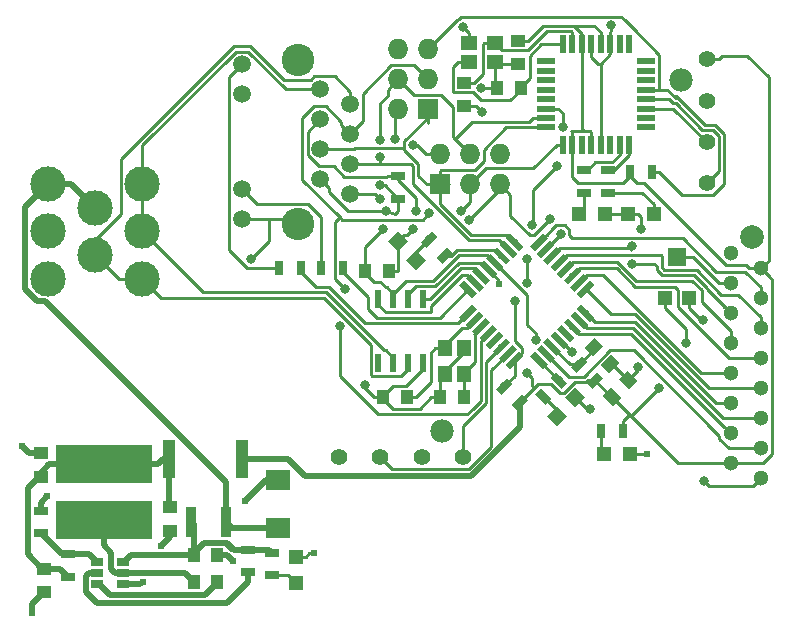
<source format=gbr>
G04 #@! TF.GenerationSoftware,KiCad,Pcbnew,5.0-dev-unknown-dd04bcb~61~ubuntu16.04.1*
G04 #@! TF.CreationDate,2018-03-08T21:27:51-05:00*
G04 #@! TF.ProjectId,etc.,6574632E2E6B696361645F7063620000,rev?*
G04 #@! TF.SameCoordinates,Original*
G04 #@! TF.FileFunction,Copper,L1,Top,Signal*
G04 #@! TF.FilePolarity,Positive*
%FSLAX46Y46*%
G04 Gerber Fmt 4.6, Leading zero omitted, Abs format (unit mm)*
G04 Created by KiCad (PCBNEW 5.0-dev-unknown-dd04bcb~61~ubuntu16.04.1) date Thu Mar  8 21:27:51 2018*
%MOMM*%
%LPD*%
G01*
G04 APERTURE LIST*
%ADD10R,1.300000X0.700000*%
%ADD11R,1.250000X1.000000*%
%ADD12C,0.550000*%
%ADD13C,0.100000*%
%ADD14R,1.000000X1.250000*%
%ADD15R,0.700000X1.300000*%
%ADD16C,0.700000*%
%ADD17C,1.500000*%
%ADD18C,2.750000*%
%ADD19C,1.200000*%
%ADD20O,1.727200X1.727200*%
%ADD21R,1.727200X1.727200*%
%ADD22C,1.000000*%
%ADD23R,1.200000X1.200000*%
%ADD24R,2.159000X1.778000*%
%ADD25R,0.900000X2.500000*%
%ADD26C,1.300000*%
%ADD27C,2.000000*%
%ADD28C,1.397000*%
%ADD29C,1.981000*%
%ADD30R,8.200000X3.300000*%
%ADD31R,1.000000X3.200000*%
%ADD32R,0.550000X1.600000*%
%ADD33R,1.600000X0.550000*%
%ADD34R,0.600000X1.550000*%
%ADD35R,1.060000X0.650000*%
%ADD36R,1.200000X1.400000*%
%ADD37R,1.400000X1.200000*%
%ADD38C,3.000000*%
%ADD39R,1.600000X1.500000*%
%ADD40C,0.609600*%
%ADD41C,0.800000*%
%ADD42C,0.508000*%
%ADD43C,0.254000*%
%ADD44C,0.250000*%
G04 APERTURE END LIST*
D10*
X103164529Y-73139503D03*
X103164529Y-75039503D03*
D11*
X100844833Y-64588823D03*
X100844833Y-66588823D03*
D12*
X143051834Y-46752400D03*
D13*
G36*
X142680603Y-47512540D02*
X142291694Y-47123631D01*
X143423065Y-45992260D01*
X143811974Y-46381169D01*
X142680603Y-47512540D01*
X142680603Y-47512540D01*
G37*
D12*
X143617519Y-47318086D03*
D13*
G36*
X143246288Y-48078226D02*
X142857379Y-47689317D01*
X143988750Y-46557946D01*
X144377659Y-46946855D01*
X143246288Y-48078226D01*
X143246288Y-48078226D01*
G37*
D12*
X144183205Y-47883771D03*
D13*
G36*
X143811974Y-48643911D02*
X143423065Y-48255002D01*
X144554436Y-47123631D01*
X144943345Y-47512540D01*
X143811974Y-48643911D01*
X143811974Y-48643911D01*
G37*
D12*
X144748890Y-48449456D03*
D13*
G36*
X144377659Y-49209596D02*
X143988750Y-48820687D01*
X145120121Y-47689316D01*
X145509030Y-48078225D01*
X144377659Y-49209596D01*
X144377659Y-49209596D01*
G37*
D12*
X145314576Y-49015142D03*
D13*
G36*
X144943345Y-49775282D02*
X144554436Y-49386373D01*
X145685807Y-48255002D01*
X146074716Y-48643911D01*
X144943345Y-49775282D01*
X144943345Y-49775282D01*
G37*
D12*
X145880261Y-49580827D03*
D13*
G36*
X145509030Y-50340967D02*
X145120121Y-49952058D01*
X146251492Y-48820687D01*
X146640401Y-49209596D01*
X145509030Y-50340967D01*
X145509030Y-50340967D01*
G37*
D12*
X146445946Y-50146513D03*
D13*
G36*
X146074715Y-50906653D02*
X145685806Y-50517744D01*
X146817177Y-49386373D01*
X147206086Y-49775282D01*
X146074715Y-50906653D01*
X146074715Y-50906653D01*
G37*
D12*
X147011632Y-50712198D03*
D13*
G36*
X146640401Y-51472338D02*
X146251492Y-51083429D01*
X147382863Y-49952058D01*
X147771772Y-50340967D01*
X146640401Y-51472338D01*
X146640401Y-51472338D01*
G37*
D12*
X147011632Y-52762808D03*
D13*
G36*
X146251492Y-52391577D02*
X146640401Y-52002668D01*
X147771772Y-53134039D01*
X147382863Y-53522948D01*
X146251492Y-52391577D01*
X146251492Y-52391577D01*
G37*
D12*
X146445946Y-53328493D03*
D13*
G36*
X145685806Y-52957262D02*
X146074715Y-52568353D01*
X147206086Y-53699724D01*
X146817177Y-54088633D01*
X145685806Y-52957262D01*
X145685806Y-52957262D01*
G37*
D12*
X145880261Y-53894179D03*
D13*
G36*
X145120121Y-53522948D02*
X145509030Y-53134039D01*
X146640401Y-54265410D01*
X146251492Y-54654319D01*
X145120121Y-53522948D01*
X145120121Y-53522948D01*
G37*
D12*
X145314576Y-54459864D03*
D13*
G36*
X144554436Y-54088633D02*
X144943345Y-53699724D01*
X146074716Y-54831095D01*
X145685807Y-55220004D01*
X144554436Y-54088633D01*
X144554436Y-54088633D01*
G37*
D12*
X144748890Y-55025550D03*
D13*
G36*
X143988750Y-54654319D02*
X144377659Y-54265410D01*
X145509030Y-55396781D01*
X145120121Y-55785690D01*
X143988750Y-54654319D01*
X143988750Y-54654319D01*
G37*
D12*
X144183205Y-55591235D03*
D13*
G36*
X143423065Y-55220004D02*
X143811974Y-54831095D01*
X144943345Y-55962466D01*
X144554436Y-56351375D01*
X143423065Y-55220004D01*
X143423065Y-55220004D01*
G37*
D12*
X143617519Y-56156920D03*
D13*
G36*
X142857379Y-55785689D02*
X143246288Y-55396780D01*
X144377659Y-56528151D01*
X143988750Y-56917060D01*
X142857379Y-55785689D01*
X142857379Y-55785689D01*
G37*
D12*
X143051834Y-56722606D03*
D13*
G36*
X142291694Y-56351375D02*
X142680603Y-55962466D01*
X143811974Y-57093837D01*
X143423065Y-57482746D01*
X142291694Y-56351375D01*
X142291694Y-56351375D01*
G37*
D12*
X141001224Y-56722606D03*
D13*
G36*
X140629993Y-57482746D02*
X140241084Y-57093837D01*
X141372455Y-55962466D01*
X141761364Y-56351375D01*
X140629993Y-57482746D01*
X140629993Y-57482746D01*
G37*
D12*
X140435539Y-56156920D03*
D13*
G36*
X140064308Y-56917060D02*
X139675399Y-56528151D01*
X140806770Y-55396780D01*
X141195679Y-55785689D01*
X140064308Y-56917060D01*
X140064308Y-56917060D01*
G37*
D12*
X139869853Y-55591235D03*
D13*
G36*
X139498622Y-56351375D02*
X139109713Y-55962466D01*
X140241084Y-54831095D01*
X140629993Y-55220004D01*
X139498622Y-56351375D01*
X139498622Y-56351375D01*
G37*
D12*
X139304168Y-55025550D03*
D13*
G36*
X138932937Y-55785690D02*
X138544028Y-55396781D01*
X139675399Y-54265410D01*
X140064308Y-54654319D01*
X138932937Y-55785690D01*
X138932937Y-55785690D01*
G37*
D12*
X138738482Y-54459864D03*
D13*
G36*
X138367251Y-55220004D02*
X137978342Y-54831095D01*
X139109713Y-53699724D01*
X139498622Y-54088633D01*
X138367251Y-55220004D01*
X138367251Y-55220004D01*
G37*
D12*
X138172797Y-53894179D03*
D13*
G36*
X137801566Y-54654319D02*
X137412657Y-54265410D01*
X138544028Y-53134039D01*
X138932937Y-53522948D01*
X137801566Y-54654319D01*
X137801566Y-54654319D01*
G37*
D12*
X137607112Y-53328493D03*
D13*
G36*
X137235881Y-54088633D02*
X136846972Y-53699724D01*
X137978343Y-52568353D01*
X138367252Y-52957262D01*
X137235881Y-54088633D01*
X137235881Y-54088633D01*
G37*
D12*
X137041426Y-52762808D03*
D13*
G36*
X136670195Y-53522948D02*
X136281286Y-53134039D01*
X137412657Y-52002668D01*
X137801566Y-52391577D01*
X136670195Y-53522948D01*
X136670195Y-53522948D01*
G37*
D12*
X137041426Y-50712198D03*
D13*
G36*
X136281286Y-50340967D02*
X136670195Y-49952058D01*
X137801566Y-51083429D01*
X137412657Y-51472338D01*
X136281286Y-50340967D01*
X136281286Y-50340967D01*
G37*
D12*
X137607112Y-50146513D03*
D13*
G36*
X136846972Y-49775282D02*
X137235881Y-49386373D01*
X138367252Y-50517744D01*
X137978343Y-50906653D01*
X136846972Y-49775282D01*
X136846972Y-49775282D01*
G37*
D12*
X138172797Y-49580827D03*
D13*
G36*
X137412657Y-49209596D02*
X137801566Y-48820687D01*
X138932937Y-49952058D01*
X138544028Y-50340967D01*
X137412657Y-49209596D01*
X137412657Y-49209596D01*
G37*
D12*
X138738482Y-49015142D03*
D13*
G36*
X137978342Y-48643911D02*
X138367251Y-48255002D01*
X139498622Y-49386373D01*
X139109713Y-49775282D01*
X137978342Y-48643911D01*
X137978342Y-48643911D01*
G37*
D12*
X139304168Y-48449456D03*
D13*
G36*
X138544028Y-48078225D02*
X138932937Y-47689316D01*
X140064308Y-48820687D01*
X139675399Y-49209596D01*
X138544028Y-48078225D01*
X138544028Y-48078225D01*
G37*
D12*
X139869853Y-47883771D03*
D13*
G36*
X139109713Y-47512540D02*
X139498622Y-47123631D01*
X140629993Y-48255002D01*
X140241084Y-48643911D01*
X139109713Y-47512540D01*
X139109713Y-47512540D01*
G37*
D12*
X140435539Y-47318086D03*
D13*
G36*
X139675399Y-46946855D02*
X140064308Y-46557946D01*
X141195679Y-47689317D01*
X140806770Y-48078226D01*
X139675399Y-46946855D01*
X139675399Y-46946855D01*
G37*
D12*
X141001224Y-46752400D03*
D13*
G36*
X140241084Y-46381169D02*
X140629993Y-45992260D01*
X141761364Y-47123631D01*
X141372455Y-47512540D01*
X140241084Y-46381169D01*
X140241084Y-46381169D01*
G37*
D14*
X128326529Y-49197503D03*
X130326529Y-49197503D03*
D15*
X124566530Y-48943503D03*
X126466528Y-48943503D03*
D16*
X144730280Y-58431752D03*
D13*
G36*
X144942412Y-59138859D02*
X144023173Y-58219620D01*
X144518148Y-57724645D01*
X145437387Y-58643884D01*
X144942412Y-59138859D01*
X144942412Y-59138859D01*
G37*
D16*
X143386778Y-59775254D03*
D13*
G36*
X143598910Y-60482361D02*
X142679671Y-59563122D01*
X143174646Y-59068147D01*
X144093885Y-59987386D01*
X143598910Y-60482361D01*
X143598910Y-60482361D01*
G37*
D17*
X117896529Y-31671503D03*
X117896529Y-34211503D03*
X117896529Y-44771503D03*
X117896529Y-42231503D03*
X124526529Y-33771503D03*
X124526529Y-36311503D03*
X124526529Y-38851503D03*
X124526529Y-41391503D03*
X127066529Y-35041503D03*
X127066529Y-37581503D03*
X127066529Y-40121503D03*
X127066529Y-42661503D03*
D18*
X122646529Y-31271503D03*
X122646529Y-45171503D03*
D19*
X131088712Y-46641686D03*
D13*
G36*
X131937240Y-46641686D02*
X131088712Y-47490214D01*
X130240184Y-46641686D01*
X131088712Y-45793158D01*
X131937240Y-46641686D01*
X131937240Y-46641686D01*
G37*
D19*
X132644346Y-48197320D03*
D13*
G36*
X133492874Y-48197320D02*
X132644346Y-49045848D01*
X131795818Y-48197320D01*
X132644346Y-47348792D01*
X133492874Y-48197320D01*
X133492874Y-48197320D01*
G37*
D20*
X131104529Y-30401503D03*
X133644529Y-30401503D03*
X131104529Y-32941503D03*
X133644529Y-32941503D03*
X131104529Y-35481503D03*
D21*
X133644529Y-35481503D03*
D11*
X141264529Y-31655503D03*
X141264529Y-29655503D03*
D22*
X150607636Y-58396396D03*
D13*
G36*
X150696024Y-59191891D02*
X149812141Y-58308008D01*
X150519248Y-57600901D01*
X151403131Y-58484784D01*
X150696024Y-59191891D01*
X150696024Y-59191891D01*
G37*
D22*
X149193422Y-59810610D03*
D13*
G36*
X149281810Y-60606105D02*
X148397927Y-59722222D01*
X149105034Y-59015115D01*
X149988917Y-59898998D01*
X149281810Y-60606105D01*
X149281810Y-60606105D01*
G37*
D22*
X147669422Y-55602396D03*
D13*
G36*
X146873927Y-55690784D02*
X147757810Y-54806901D01*
X148464917Y-55514008D01*
X147581034Y-56397891D01*
X146873927Y-55690784D01*
X146873927Y-55690784D01*
G37*
D22*
X149083636Y-57016610D03*
D13*
G36*
X148288141Y-57104998D02*
X149172024Y-56221115D01*
X149879131Y-56928222D01*
X148995248Y-57812105D01*
X148288141Y-57104998D01*
X148288141Y-57104998D01*
G37*
D14*
X134676529Y-59865503D03*
X136676529Y-59865503D03*
X139502529Y-33703503D03*
X141502529Y-33703503D03*
X131850529Y-59865503D03*
X129850529Y-59865503D03*
D11*
X136692529Y-33211503D03*
X136692529Y-35211503D03*
X101132529Y-74359503D03*
X101132529Y-76359503D03*
D14*
X115814833Y-75494823D03*
X113814833Y-75494823D03*
D11*
X111766833Y-69176823D03*
X111766833Y-71176823D03*
D14*
X115814833Y-73208823D03*
X113814833Y-73208823D03*
D19*
X144550712Y-61405320D03*
D13*
G36*
X144550712Y-62253848D02*
X143702184Y-61405320D01*
X144550712Y-60556792D01*
X145399240Y-61405320D01*
X144550712Y-62253848D01*
X144550712Y-62253848D01*
G37*
D19*
X146106346Y-59849686D03*
D13*
G36*
X146106346Y-60698214D02*
X145257818Y-59849686D01*
X146106346Y-59001158D01*
X146954874Y-59849686D01*
X146106346Y-60698214D01*
X146106346Y-60698214D01*
G37*
D23*
X152778529Y-44371503D03*
X150578529Y-44371503D03*
X148630529Y-44371503D03*
X146430529Y-44371503D03*
D24*
X120910833Y-66858823D03*
X120910833Y-70922823D03*
D23*
X148546529Y-64691503D03*
X150746529Y-64691503D03*
X122434833Y-73378823D03*
X122434833Y-75578823D03*
D25*
X116518833Y-70414823D03*
X113618833Y-70414823D03*
D26*
X159298529Y-52753503D03*
X159298529Y-50213503D03*
X159298529Y-47673503D03*
X159298529Y-55293503D03*
X161838529Y-48943503D03*
X161838529Y-51483503D03*
X161838529Y-54023503D03*
X161838529Y-56563503D03*
X159298529Y-57833503D03*
X161838529Y-59103503D03*
X159298529Y-60373503D03*
X161838529Y-61643503D03*
X159298529Y-62913503D03*
X161838529Y-64183503D03*
X159298529Y-65453503D03*
X161838529Y-66723503D03*
D27*
X161098529Y-46273503D03*
D28*
X126108529Y-64945503D03*
X129608529Y-64945503D03*
D29*
X134858529Y-62715503D03*
D28*
X136608529Y-64945503D03*
X133108529Y-64945503D03*
X157266529Y-34747503D03*
X157266529Y-31247503D03*
D29*
X155036529Y-32997503D03*
D28*
X157266529Y-38247503D03*
X157266529Y-41747503D03*
D30*
X106178833Y-70224823D03*
X106178833Y-65524823D03*
D21*
X134660529Y-41831503D03*
D20*
X134660529Y-39291503D03*
X137200529Y-41831503D03*
X137200529Y-39291503D03*
X139740529Y-41831503D03*
X139740529Y-39291503D03*
D16*
X146434778Y-57071503D03*
D13*
G36*
X147141885Y-56859371D02*
X146222646Y-57778610D01*
X145727671Y-57283635D01*
X146646910Y-56364396D01*
X147141885Y-56859371D01*
X147141885Y-56859371D01*
G37*
D16*
X147778280Y-58415005D03*
D13*
G36*
X148485387Y-58202873D02*
X147566148Y-59122112D01*
X147071173Y-58627137D01*
X147990412Y-57707898D01*
X148485387Y-58202873D01*
X148485387Y-58202873D01*
G37*
D15*
X152628529Y-40815503D03*
X150728529Y-40815503D03*
D16*
X140084778Y-58939752D03*
D13*
G36*
X139377671Y-59151884D02*
X140296910Y-58232645D01*
X140791885Y-58727620D01*
X139872646Y-59646859D01*
X139377671Y-59151884D01*
X139377671Y-59151884D01*
G37*
D16*
X141428280Y-60283254D03*
D13*
G36*
X140721173Y-60495386D02*
X141640412Y-59576147D01*
X142135387Y-60071122D01*
X141216148Y-60990361D01*
X140721173Y-60495386D01*
X140721173Y-60495386D01*
G37*
D16*
X133734778Y-46493752D03*
D13*
G36*
X133027671Y-46705884D02*
X133946910Y-45786645D01*
X134441885Y-46281620D01*
X133522646Y-47200859D01*
X133027671Y-46705884D01*
X133027671Y-46705884D01*
G37*
D16*
X135078280Y-47837254D03*
D13*
G36*
X134371173Y-48049386D02*
X135290412Y-47130147D01*
X135785387Y-47625122D01*
X134866148Y-48544361D01*
X134371173Y-48049386D01*
X134371173Y-48049386D01*
G37*
D10*
X131104529Y-41135503D03*
X131104529Y-43035503D03*
D15*
X122910528Y-48943503D03*
X121010530Y-48943503D03*
D10*
X148884529Y-40627504D03*
X148884529Y-42527502D03*
X146852529Y-40627503D03*
X146852529Y-42527503D03*
D31*
X117914833Y-65080823D03*
X111714833Y-65080823D03*
D15*
X150188574Y-62738447D03*
X148288574Y-62738447D03*
D10*
X118370833Y-72766823D03*
X118370833Y-74666823D03*
X100844833Y-69464823D03*
X100844833Y-71364823D03*
X120402833Y-74920823D03*
X120402833Y-73020823D03*
D32*
X150668529Y-29961503D03*
X149868529Y-29961503D03*
X149068529Y-29961503D03*
X148268529Y-29961503D03*
X147468529Y-29961503D03*
X146668529Y-29961503D03*
X145868529Y-29961503D03*
X145068529Y-29961503D03*
D33*
X143618529Y-31411503D03*
X143618529Y-32211503D03*
X143618529Y-33011503D03*
X143618529Y-33811503D03*
X143618529Y-34611503D03*
X143618529Y-35411503D03*
X143618529Y-36211503D03*
X143618529Y-37011503D03*
D32*
X145068529Y-38461503D03*
X145868529Y-38461503D03*
X146668529Y-38461503D03*
X147468529Y-38461503D03*
X148268529Y-38461503D03*
X149068529Y-38461503D03*
X149868529Y-38461503D03*
X150668529Y-38461503D03*
D33*
X152118529Y-37011503D03*
X152118529Y-36211503D03*
X152118529Y-35411503D03*
X152118529Y-34611503D03*
X152118529Y-33811503D03*
X152118529Y-33011503D03*
X152118529Y-32211503D03*
X152118529Y-31411503D03*
D34*
X133263529Y-51577503D03*
X131993529Y-51577503D03*
X130723529Y-51577503D03*
X129453529Y-51577503D03*
X129453529Y-56977503D03*
X130723529Y-56977503D03*
X131993529Y-56977503D03*
X133263529Y-56977503D03*
D35*
X107786833Y-75682823D03*
X107786833Y-74732823D03*
X107786833Y-73782823D03*
X105586833Y-73782823D03*
X105586833Y-75682823D03*
X105586833Y-74732823D03*
D36*
X136692529Y-57917503D03*
X136692529Y-55717503D03*
X135092529Y-55717503D03*
X135092529Y-57917503D03*
D37*
X137116529Y-29855503D03*
X139316529Y-29855503D03*
X139316529Y-31455503D03*
X137116529Y-31455503D03*
D38*
X109458529Y-45809503D03*
X109458529Y-41809503D03*
X105458529Y-43809503D03*
X101458529Y-41809503D03*
X101458529Y-45809503D03*
X109458529Y-49809503D03*
X105458529Y-47809503D03*
X101458529Y-49809503D03*
D23*
X155726529Y-51451503D03*
D39*
X154726529Y-48001503D03*
D23*
X153726529Y-51451503D03*
D40*
X139700000Y-50292000D03*
X99314000Y-64008000D03*
X101386529Y-68247503D03*
X100092529Y-78153503D03*
X123992529Y-73073503D03*
X118116833Y-68636823D03*
X117100833Y-73716823D03*
X111004833Y-72446823D03*
X109480833Y-75494823D03*
X152186529Y-64691503D03*
D41*
X151678529Y-45641504D03*
X149138529Y-28369503D03*
X132374529Y-45641503D03*
X128310529Y-58849503D03*
X118658529Y-48181503D03*
X142771782Y-55022756D03*
X142026529Y-57833503D03*
X157012529Y-66977503D03*
X147360529Y-60881503D03*
X151424529Y-57325503D03*
X145836529Y-56055503D03*
X156930681Y-53343351D03*
X129580529Y-43101503D03*
X136570182Y-28501156D03*
X138216529Y-35735503D03*
X138126333Y-33678005D03*
X129834529Y-45641503D03*
X130088529Y-44096512D03*
X153202529Y-59103503D03*
X155488529Y-55293503D03*
X129580529Y-41921504D03*
X130850529Y-38021503D03*
X130850529Y-38021503D03*
X139740529Y-41831503D03*
X143978977Y-44799951D03*
X144877283Y-46021504D03*
X137085100Y-44880359D03*
X132628529Y-44096512D03*
X150916529Y-48538061D03*
X150916529Y-47088061D03*
X141010529Y-51737503D03*
X142060025Y-50180007D03*
X142026529Y-48181503D03*
X142454977Y-45298645D03*
X144566529Y-40307503D03*
X145074529Y-37005503D03*
X126216466Y-53831566D03*
X126626261Y-50688955D03*
X133766876Y-44249156D03*
X136438529Y-44117503D03*
X129580529Y-38058503D03*
X129580529Y-39508503D03*
X132374529Y-38529503D03*
D42*
X100844833Y-64588823D02*
X99894823Y-64588823D01*
X99894823Y-64588823D02*
X99314000Y-64008000D01*
X100844833Y-69464823D02*
X100844833Y-68789199D01*
X100844833Y-68789199D02*
X101386529Y-68247503D01*
X100092529Y-78153503D02*
X100092529Y-77399503D01*
X100092529Y-77399503D02*
X101132529Y-76359503D01*
X107786833Y-75682823D02*
X109292833Y-75682823D01*
X109292833Y-75682823D02*
X109480833Y-75494823D01*
X115814833Y-73208823D02*
X116592833Y-73208823D01*
X116592833Y-73208823D02*
X117100833Y-73716823D01*
X111766833Y-71176823D02*
X111766833Y-71684823D01*
X111766833Y-71684823D02*
X111004833Y-72446823D01*
X120910833Y-66858823D02*
X119894833Y-66858823D01*
X119894833Y-66858823D02*
X118116833Y-68636823D01*
D43*
X139700000Y-49976660D02*
X139700000Y-50292000D01*
X138738482Y-49015142D02*
X139700000Y-49976660D01*
X123594153Y-73073503D02*
X123992529Y-73073503D01*
X122434833Y-73378823D02*
X123288833Y-73378823D01*
X123288833Y-73378823D02*
X123594153Y-73073503D01*
X150746529Y-64691503D02*
X152186529Y-64691503D01*
D44*
X151678529Y-45641503D02*
X151678529Y-45641504D01*
X151678529Y-44621503D02*
X151678529Y-45641503D01*
X150578529Y-44371503D02*
X151428529Y-44371503D01*
X151428529Y-44371503D02*
X151678529Y-44621503D01*
X148630529Y-44371503D02*
X150578529Y-44371503D01*
X149138529Y-28841503D02*
X149138529Y-28369503D01*
X149068529Y-29961503D02*
X149068529Y-28911503D01*
X149068529Y-28911503D02*
X149138529Y-28841503D01*
X131088712Y-48181503D02*
X131088712Y-48451320D01*
X131088712Y-46641686D02*
X131088712Y-48181503D01*
X131088712Y-49185320D02*
X131088712Y-48181503D01*
X130326529Y-49197503D02*
X131076529Y-49197503D01*
X131076529Y-49197503D02*
X131088712Y-49185320D01*
X131869320Y-46146712D02*
X132374529Y-45641503D01*
X131088712Y-46641686D02*
X131583686Y-46146712D01*
X131583686Y-46146712D02*
X131869320Y-46146712D01*
X128310529Y-59075503D02*
X128310529Y-58849503D01*
X129850529Y-59865503D02*
X129100529Y-59865503D01*
X129100529Y-59865503D02*
X128310529Y-59075503D01*
X129850529Y-59865503D02*
X129850529Y-59990503D01*
X129850529Y-59990503D02*
X130675530Y-60815504D01*
X133926529Y-59865503D02*
X134676529Y-59865503D01*
X130675530Y-60815504D02*
X132976528Y-60815504D01*
X132976528Y-60815504D02*
X133926529Y-59865503D01*
X129850529Y-59865503D02*
X129850529Y-59740503D01*
X129850529Y-59740503D02*
X130675530Y-58915502D01*
X130675530Y-58915502D02*
X131800530Y-58915502D01*
X131800530Y-58915502D02*
X133263529Y-57452503D01*
X133263529Y-57452503D02*
X133263529Y-56977503D01*
X134676529Y-59865503D02*
X134676529Y-58333503D01*
X134676529Y-58333503D02*
X135092529Y-57917503D01*
X136692529Y-55717503D02*
X136692529Y-56002505D01*
X136692529Y-56002505D02*
X135092529Y-57602505D01*
X135092529Y-57602505D02*
X135092529Y-57917503D01*
X120182529Y-46657503D02*
X118658529Y-48181503D01*
X117896529Y-44771503D02*
X120182529Y-44771503D01*
X120182529Y-44771503D02*
X122246529Y-44771503D01*
X120182529Y-44771503D02*
X120182529Y-46657503D01*
X122246529Y-44771503D02*
X122646529Y-45171503D01*
D42*
X117914833Y-65080823D02*
X121832855Y-65080823D01*
X121832855Y-65080823D02*
X123252446Y-66500414D01*
X123252446Y-66500414D02*
X137319927Y-66500414D01*
X137319927Y-66500414D02*
X141428280Y-62392061D01*
X141428280Y-62392061D02*
X141428280Y-60878229D01*
X141428280Y-60878229D02*
X141428280Y-60283254D01*
D44*
X159298529Y-65453503D02*
X154836315Y-65453503D01*
X150772315Y-61389503D02*
X149193422Y-59810610D01*
X150916529Y-61533717D02*
X150772315Y-61389503D01*
D43*
X150188574Y-61834447D02*
X150633518Y-61389503D01*
X150633518Y-61389503D02*
X150772315Y-61389503D01*
X150188574Y-62738447D02*
X150188574Y-61834447D01*
D44*
X142771782Y-55022756D02*
X142771782Y-54457071D01*
X142026529Y-53711818D02*
X142026529Y-51171817D01*
X142771782Y-54457071D02*
X142026529Y-53711818D01*
X142026529Y-57833503D02*
X142426528Y-58233502D01*
X142426528Y-58922000D02*
X142608031Y-59103503D01*
X142426528Y-58233502D02*
X142426528Y-58922000D01*
X142608031Y-59103503D02*
X142968397Y-58743137D01*
X141428280Y-60283254D02*
X142608031Y-59103503D01*
X139304168Y-48449456D02*
X142026529Y-51171817D01*
X157266529Y-31247503D02*
X158254357Y-31247503D01*
X162488528Y-48293504D02*
X161838529Y-48943503D01*
X158254357Y-31247503D02*
X158555358Y-30946502D01*
X158555358Y-30946502D02*
X160662530Y-30946502D01*
X160662530Y-30946502D02*
X162488528Y-32772500D01*
X162488528Y-32772500D02*
X162488528Y-48293504D01*
X143042529Y-28752503D02*
X142139529Y-29655503D01*
X143408540Y-28386492D02*
X143042529Y-28752503D01*
X146355527Y-41715503D02*
X150128529Y-41715503D01*
X150128529Y-41715503D02*
X150728529Y-41115503D01*
X145868529Y-41228505D02*
X146355527Y-41715503D01*
X125276528Y-42141502D02*
X125276528Y-42462504D01*
X125276528Y-42462504D02*
X126910536Y-44096512D01*
X127170522Y-44096512D02*
X130088529Y-44096512D01*
X124526529Y-41391503D02*
X125276528Y-42141502D01*
X126910536Y-44096512D02*
X127170522Y-44096512D01*
X128326529Y-49197503D02*
X128326529Y-47149503D01*
X128326529Y-47149503D02*
X129834529Y-45641503D01*
X128326529Y-49197503D02*
X128326529Y-49322503D01*
X128326529Y-49322503D02*
X129076529Y-50072503D01*
X129076529Y-50072503D02*
X129608531Y-50072503D01*
X129608531Y-50072503D02*
X130088531Y-50552503D01*
X130088531Y-50552503D02*
X130173529Y-50552503D01*
X130173529Y-50552503D02*
X130723529Y-51102503D01*
X130723529Y-51102503D02*
X130723529Y-51577503D01*
X128326529Y-49197503D02*
X128326529Y-49072503D01*
X130757346Y-46641686D02*
X131088712Y-46641686D01*
X157408528Y-67373502D02*
X157012529Y-66977503D01*
X161838529Y-66723503D02*
X161188530Y-67373502D01*
X161188530Y-67373502D02*
X157408528Y-67373502D01*
X147106529Y-60881503D02*
X147360529Y-60881503D01*
X146601320Y-60376294D02*
X147106529Y-60881503D01*
X146106346Y-59849686D02*
X146601320Y-60344660D01*
X146601320Y-60344660D02*
X146601320Y-60376294D01*
X151424529Y-57579503D02*
X151424529Y-57325503D01*
X151031899Y-57972133D02*
X151424529Y-57579503D01*
X150607636Y-58396396D02*
X151031899Y-57972133D01*
X149083636Y-57016610D02*
X149227850Y-57016610D01*
X149227850Y-57016610D02*
X150607636Y-58396396D01*
X144748890Y-55025550D02*
X144806576Y-55025550D01*
X144806576Y-55025550D02*
X145836529Y-56055503D01*
X156848833Y-53261503D02*
X156930681Y-53343351D01*
X156686529Y-53261503D02*
X156848833Y-53261503D01*
X155726529Y-51451503D02*
X155726529Y-52301503D01*
X155726529Y-52301503D02*
X156686529Y-53261503D01*
X129140529Y-42661503D02*
X129580529Y-43101503D01*
X127066529Y-42661503D02*
X129140529Y-42661503D01*
X137116529Y-29047503D02*
X136570182Y-28501156D01*
X137116529Y-29855503D02*
X137116529Y-29047503D01*
X137692529Y-35211503D02*
X138216529Y-35735503D01*
X136692529Y-35211503D02*
X137692529Y-35211503D01*
X138151831Y-33703503D02*
X138126333Y-33678005D01*
X139502529Y-33703503D02*
X138151831Y-33703503D01*
X139316529Y-31455503D02*
X139316529Y-33517503D01*
X139316529Y-33517503D02*
X139502529Y-33703503D01*
X141264529Y-31655503D02*
X139516529Y-31655503D01*
X139516529Y-31655503D02*
X139316529Y-31455503D01*
X138738482Y-49015142D02*
X138217763Y-48494423D01*
X138217763Y-48494423D02*
X136260199Y-48494423D01*
X136260199Y-48494423D02*
X134277120Y-50477502D01*
X134277120Y-50477502D02*
X132618530Y-50477502D01*
X132618530Y-50477502D02*
X131993529Y-51102503D01*
X131993529Y-51102503D02*
X131993529Y-51577503D01*
X130850529Y-44371503D02*
X130088529Y-44096512D01*
X130088529Y-44371503D02*
X130088529Y-44096512D01*
X159298529Y-65453503D02*
X162011531Y-65453503D01*
X162813530Y-49918504D02*
X162488528Y-49593502D01*
X162011531Y-65453503D02*
X162813530Y-64651504D01*
X162813530Y-64651504D02*
X162813530Y-49918504D01*
X162488528Y-49593502D02*
X161838529Y-48943503D01*
X143042529Y-58743137D02*
X144087055Y-58743137D01*
X142968397Y-58743137D02*
X143042529Y-58743137D01*
X150916529Y-61389503D02*
X150916529Y-61533717D01*
X154836315Y-65453503D02*
X150916529Y-61533717D01*
X153202529Y-59103503D02*
X150916529Y-61389503D01*
X155488529Y-54063503D02*
X155488529Y-55293503D01*
X153726529Y-51451503D02*
X153726529Y-52301503D01*
X153726529Y-52301503D02*
X155488529Y-54063503D01*
X147183305Y-58415005D02*
X147778280Y-58415005D01*
X144087055Y-58743137D02*
X144807787Y-59463869D01*
X144807787Y-59463869D02*
X145183999Y-59463869D01*
X145183999Y-59463869D02*
X146094238Y-58553630D01*
X146094238Y-58553630D02*
X147044680Y-58553630D01*
X147044680Y-58553630D02*
X147183305Y-58415005D01*
X149193422Y-59810610D02*
X149173885Y-59810610D01*
X149173885Y-59810610D02*
X147778280Y-58415005D01*
X146852529Y-37336502D02*
X145793528Y-37336502D01*
X147393528Y-37336502D02*
X146852529Y-37336502D01*
X146668529Y-29961503D02*
X146668529Y-37152502D01*
X146668529Y-37152502D02*
X146852529Y-37336502D01*
X145868529Y-38461503D02*
X145868529Y-41228505D01*
X150728529Y-41115503D02*
X150728529Y-40815503D01*
X161838529Y-48943503D02*
X160854177Y-48943503D01*
X160854177Y-48943503D02*
X160559178Y-48648504D01*
X160559178Y-48648504D02*
X158840532Y-48648504D01*
X158840532Y-48648504D02*
X151907531Y-41715503D01*
X151907531Y-41715503D02*
X151328529Y-41715503D01*
X151328529Y-41715503D02*
X150728529Y-41115503D01*
X130850529Y-44371503D02*
X131104529Y-44117503D01*
X131104529Y-44117503D02*
X131104529Y-43035503D01*
X130723529Y-51102503D02*
X131798539Y-50027493D01*
X131798539Y-50027493D02*
X134090719Y-50027493D01*
X134090719Y-50027493D02*
X136305151Y-47813061D01*
X136305151Y-47813061D02*
X138667773Y-47813061D01*
X138667773Y-47813061D02*
X139304168Y-48449456D01*
X129580529Y-41921504D02*
X129990530Y-41921504D01*
X129990530Y-41921504D02*
X131104529Y-43035503D01*
X130850529Y-38021503D02*
X130850529Y-35735503D01*
X130850529Y-35735503D02*
X131104529Y-35481503D01*
X147669422Y-55602396D02*
X147669422Y-55836859D01*
X147669422Y-55836859D02*
X146434778Y-57071503D01*
X144183205Y-55591235D02*
X145663473Y-57071503D01*
X145663473Y-57071503D02*
X146434778Y-57071503D01*
X136676529Y-59865503D02*
X136676529Y-57933503D01*
X136676529Y-57933503D02*
X136692529Y-57917503D01*
X138172797Y-53894179D02*
X137653332Y-54413644D01*
X137653332Y-56856700D02*
X136692529Y-57817503D01*
X136692529Y-57817503D02*
X136692529Y-57917503D01*
X137653332Y-54413644D02*
X137653332Y-56856700D01*
X137536402Y-54530574D02*
X138172797Y-53894179D01*
X137459526Y-34036504D02*
X138142525Y-34719503D01*
X138142525Y-34719503D02*
X140611529Y-34719503D01*
X140611529Y-34719503D02*
X141502529Y-33828503D01*
X141502529Y-33828503D02*
X141502529Y-33703503D01*
X135092529Y-55717503D02*
X134242529Y-55717503D01*
X134242529Y-55717503D02*
X133888530Y-56071502D01*
X133888530Y-56071502D02*
X133888530Y-58577502D01*
X133888530Y-58577502D02*
X132600529Y-59865503D01*
X132600529Y-59865503D02*
X131850529Y-59865503D01*
X135092529Y-55717503D02*
X135092529Y-55432501D01*
X136970717Y-53964888D02*
X137607112Y-53328493D01*
X135092529Y-55432501D02*
X136501527Y-54023503D01*
X136912102Y-54023503D02*
X136970717Y-53964888D01*
X136501527Y-54023503D02*
X136912102Y-54023503D01*
D42*
X111714833Y-65080823D02*
X111714833Y-69124823D01*
X111714833Y-69124823D02*
X111766833Y-69176823D01*
X106178833Y-65524823D02*
X110786833Y-65524823D01*
X110786833Y-65524823D02*
X111230833Y-65080823D01*
X111230833Y-65080823D02*
X111714833Y-65080823D01*
X100844833Y-66588823D02*
X100719833Y-66588823D01*
X100719833Y-66588823D02*
X99788432Y-67520224D01*
X99788432Y-67520224D02*
X99788432Y-73140406D01*
X99788432Y-73140406D02*
X101007529Y-74359503D01*
X101007529Y-74359503D02*
X101132529Y-74359503D01*
X101132529Y-74359503D02*
X102484529Y-74359503D01*
X102484529Y-74359503D02*
X103164529Y-75039503D01*
X106178833Y-65524823D02*
X101570833Y-65524823D01*
X100844833Y-66250823D02*
X100844833Y-66588823D01*
X101570833Y-65524823D02*
X100844833Y-66250823D01*
X115814833Y-75494823D02*
X115814833Y-75619823D01*
X115814833Y-75619823D02*
X114806833Y-76627823D01*
X114806833Y-76627823D02*
X106736833Y-76627823D01*
X106736833Y-76627823D02*
X105791833Y-75682823D01*
X105791833Y-75682823D02*
X105586833Y-75682823D01*
X107786833Y-74732823D02*
X113052833Y-74732823D01*
X113052833Y-74732823D02*
X113814833Y-75494823D01*
X106178833Y-70224823D02*
X106178833Y-72382823D01*
X106178833Y-72382823D02*
X106850432Y-73054422D01*
X107150311Y-74732823D02*
X107786833Y-74732823D01*
X106850432Y-73054422D02*
X106850432Y-74432944D01*
X106850432Y-74432944D02*
X107150311Y-74732823D01*
X108498529Y-73208823D02*
X107924529Y-73782823D01*
X113814833Y-73208823D02*
X108498529Y-73208823D01*
X107924529Y-73782823D02*
X107786833Y-73782823D01*
X118370833Y-72766823D02*
X120148833Y-72766823D01*
X120148833Y-72766823D02*
X120402833Y-73020823D01*
X113814833Y-73208823D02*
X113814833Y-70610823D01*
X113814833Y-70610823D02*
X113618833Y-70414823D01*
X113814833Y-73208823D02*
X113814833Y-73083823D01*
X113814833Y-73083823D02*
X114721234Y-72177422D01*
X114721234Y-72177422D02*
X116623432Y-72177422D01*
X116623432Y-72177422D02*
X117212833Y-72766823D01*
X117212833Y-72766823D02*
X118370833Y-72766823D01*
D43*
X113814833Y-73083823D02*
X114594234Y-72304422D01*
X114594234Y-72304422D02*
X116496432Y-72304422D01*
X116496432Y-72304422D02*
X116958833Y-72766823D01*
X116958833Y-72766823D02*
X117862833Y-72766823D01*
X107974833Y-73970823D02*
X107786833Y-73782823D01*
D44*
X132644346Y-48197320D02*
X132644346Y-47584184D01*
X132644346Y-47584184D02*
X133734778Y-46493752D01*
X144550712Y-61405320D02*
X144550712Y-60939188D01*
X144550712Y-60939188D02*
X143386778Y-59775254D01*
X148884529Y-42527502D02*
X151784528Y-42527502D01*
D42*
X101181436Y-51715904D02*
X100543456Y-51715904D01*
X100543456Y-51715904D02*
X99552128Y-50724576D01*
X101458529Y-41809503D02*
X103458529Y-41809503D01*
X103458529Y-41809503D02*
X105458529Y-43809503D01*
X116518833Y-70414823D02*
X116518833Y-67053301D01*
X116518833Y-67053301D02*
X101181436Y-51715904D01*
X99552128Y-50724576D02*
X99552128Y-43715904D01*
X99958530Y-43309502D02*
X101458529Y-41809503D01*
X99552128Y-43715904D02*
X99958530Y-43309502D01*
X120910833Y-70922823D02*
X117026833Y-70922823D01*
X117026833Y-70922823D02*
X116518833Y-70414823D01*
D43*
X148288574Y-62738447D02*
X148288574Y-64433548D01*
X148288574Y-64433548D02*
X148546529Y-64691503D01*
X120402833Y-74920823D02*
X121776833Y-74920823D01*
X121776833Y-74920823D02*
X122434833Y-75578823D01*
D44*
X155197530Y-46366504D02*
X151267974Y-46366504D01*
X161838529Y-50564265D02*
X160512766Y-49238502D01*
X151267974Y-46366504D02*
X151264530Y-46363060D01*
X160512766Y-49238502D02*
X158069528Y-49238502D01*
X158069528Y-49238502D02*
X155197530Y-46366504D01*
X161838529Y-51483503D02*
X161838529Y-50564265D01*
X151264530Y-46363060D02*
X145876972Y-46363060D01*
X145602284Y-46088372D02*
X145602284Y-45673503D01*
X145876972Y-46363060D02*
X145602284Y-46088372D01*
X145602284Y-45673503D02*
X145225284Y-45296503D01*
X145225284Y-45296503D02*
X144507731Y-45296503D01*
X144507731Y-45296503D02*
X144162731Y-45641503D01*
X144162731Y-45641503D02*
X143688229Y-46116005D01*
X144507730Y-45296504D02*
X144162731Y-45641503D01*
X143688229Y-46116005D02*
X143051834Y-46752400D01*
X142280529Y-46149503D02*
X142629425Y-46149503D01*
X142629425Y-46149503D02*
X143978977Y-44799951D01*
X140604128Y-44473102D02*
X142280529Y-46149503D01*
X139740529Y-41831503D02*
X140604128Y-42695102D01*
X140604128Y-42695102D02*
X140604128Y-44473102D01*
X144820529Y-46078258D02*
X144877283Y-46021504D01*
X144820529Y-46115076D02*
X144820529Y-46078258D01*
X143617519Y-47318086D02*
X144820529Y-46115076D01*
X143617519Y-47318086D02*
X144253914Y-46681691D01*
X137085100Y-44880359D02*
X139740529Y-42224930D01*
X139740529Y-42224930D02*
X139740529Y-41831503D01*
X132628529Y-42974501D02*
X132628529Y-44096512D01*
X131104529Y-41135503D02*
X131104529Y-41450501D01*
X131104529Y-41450501D02*
X132628529Y-42974501D01*
X159298529Y-52753503D02*
X157266529Y-50721503D01*
X157266529Y-50721503D02*
X157266529Y-50595913D01*
X150916529Y-48538061D02*
X152797087Y-48538061D01*
X152797087Y-48538061D02*
X153006519Y-48747493D01*
X153006520Y-49052906D02*
X153480128Y-49526514D01*
X153006519Y-48747493D02*
X153006520Y-49052906D01*
X156197130Y-49526514D02*
X157266529Y-50595913D01*
X153480128Y-49526514D02*
X156197130Y-49526514D01*
X158648530Y-52103504D02*
X159298529Y-52753503D01*
X150860077Y-47144513D02*
X150916529Y-47088061D01*
X150860077Y-47363051D02*
X150860077Y-47144513D01*
X144819600Y-47247376D02*
X150744402Y-47247376D01*
X150744402Y-47247376D02*
X150860077Y-47363051D01*
X144183205Y-47883771D02*
X144819600Y-47247376D01*
X153456529Y-47927503D02*
X153342087Y-47813061D01*
X153342087Y-47813061D02*
X145385285Y-47813061D01*
X145385285Y-47813061D02*
X144748890Y-48449456D01*
X153456529Y-48866505D02*
X153456529Y-47927503D01*
X156383530Y-49076504D02*
X153666528Y-49076504D01*
X158495530Y-51188504D02*
X156383530Y-49076504D01*
X153666528Y-49076504D02*
X153456529Y-48866505D01*
X161838529Y-53104265D02*
X159922768Y-51188504D01*
X161838529Y-54023503D02*
X161838529Y-53104265D01*
X159922768Y-51188504D02*
X158495530Y-51188504D01*
X156816519Y-50782313D02*
X156816519Y-51795493D01*
X145314576Y-49015142D02*
X145950971Y-48378747D01*
X156010730Y-49976524D02*
X156816519Y-50782313D01*
X151281990Y-49976524D02*
X156010730Y-49976524D01*
X149684213Y-48378747D02*
X151281990Y-49976524D01*
X156816519Y-51795493D02*
X159298529Y-54277503D01*
X145950971Y-48378747D02*
X149684213Y-48378747D01*
X159298529Y-54277503D02*
X159298529Y-55293503D01*
X145880261Y-49580827D02*
X146516656Y-48944432D01*
X149613488Y-48944432D02*
X151195558Y-50526502D01*
X151195558Y-50526502D02*
X154586530Y-50526502D01*
X146516656Y-48944432D02*
X149613488Y-48944432D01*
X159125527Y-56563503D02*
X160919291Y-56563503D01*
X154586530Y-50526502D02*
X154801528Y-50741500D01*
X154801528Y-50741500D02*
X154801528Y-52239504D01*
X154801528Y-52239504D02*
X159125527Y-56563503D01*
X160919291Y-56563503D02*
X161838529Y-56563503D01*
X146445946Y-50146513D02*
X147082341Y-49510118D01*
X147082341Y-49510118D02*
X148440784Y-49510118D01*
X148440784Y-49510118D02*
X156764169Y-57833503D01*
X156764169Y-57833503D02*
X159298529Y-57833503D01*
X151133351Y-52839095D02*
X157397759Y-59103503D01*
X157905759Y-59103503D02*
X157397759Y-59103503D01*
X157905759Y-59103503D02*
X161838529Y-59103503D01*
X149138529Y-52839095D02*
X151133351Y-52839095D01*
X147011632Y-50712198D02*
X149138529Y-52839095D01*
X158031349Y-60373503D02*
X151170529Y-53512683D01*
X147763702Y-53514878D02*
X151168334Y-53514878D01*
X151168334Y-53514878D02*
X151170529Y-53512683D01*
X147011632Y-52762808D02*
X147763702Y-53514878D01*
X159298529Y-60373503D02*
X158031349Y-60373503D01*
X146445946Y-53328493D02*
X147082341Y-53964888D01*
X160919291Y-61643503D02*
X161838529Y-61643503D01*
X147082341Y-53964888D02*
X150986324Y-53964888D01*
X150986324Y-53964888D02*
X158664939Y-61643503D01*
X158664939Y-61643503D02*
X160919291Y-61643503D01*
X145880261Y-53894179D02*
X146467973Y-54481891D01*
X158648530Y-62263504D02*
X159298529Y-62913503D01*
X146467973Y-54481891D02*
X150866917Y-54481891D01*
X150866917Y-54481891D02*
X158648530Y-62263504D01*
X143617519Y-56156920D02*
X145564219Y-58103620D01*
X145564219Y-58103620D02*
X146829884Y-58103620D01*
X146829884Y-58103620D02*
X149037399Y-55896105D01*
X149037399Y-55896105D02*
X151068133Y-55896105D01*
X151068133Y-55896105D02*
X158323528Y-63151500D01*
X158323528Y-63151500D02*
X158323528Y-63381504D01*
X158323528Y-63381504D02*
X159125527Y-64183503D01*
X159125527Y-64183503D02*
X160919291Y-64183503D01*
X160919291Y-64183503D02*
X161838529Y-64183503D01*
X143051834Y-56722606D02*
X143051834Y-56753306D01*
X143051834Y-56753306D02*
X144730280Y-58431752D01*
X141637619Y-55682413D02*
X141010529Y-55055323D01*
X141010529Y-55055323D02*
X141010529Y-51737503D01*
X141001224Y-56722606D02*
X141637619Y-56086211D01*
X141637619Y-56086211D02*
X141637619Y-55682413D01*
X142026529Y-48181503D02*
X142060025Y-50180007D01*
X142026529Y-50213503D02*
X142060025Y-50180007D01*
X142534529Y-45219093D02*
X142454977Y-45298645D01*
X142534529Y-42339503D02*
X142534529Y-45219093D01*
X144566529Y-40307503D02*
X142534529Y-42339503D01*
X145074529Y-35817503D02*
X145074529Y-37005503D01*
X143618529Y-35411503D02*
X144668529Y-35411503D01*
X144668529Y-35411503D02*
X145074529Y-35817503D01*
X141001224Y-56722606D02*
X141001224Y-58023306D01*
X141001224Y-58023306D02*
X140084778Y-58939752D01*
X140435539Y-56156920D02*
X139003362Y-57589097D01*
X139003361Y-64065453D02*
X137099810Y-65969004D01*
X139003362Y-57589097D02*
X139003361Y-64065453D01*
X137099810Y-65969004D02*
X130632030Y-65969004D01*
X130307028Y-65644002D02*
X129608529Y-64945503D01*
X130632030Y-65969004D02*
X130307028Y-65644002D01*
X136608529Y-62279915D02*
X138553352Y-60335092D01*
X138553352Y-56907736D02*
X138553352Y-60119503D01*
X136608529Y-64945503D02*
X136608529Y-62279915D01*
X138553352Y-60335092D02*
X138553352Y-60119503D01*
X139869853Y-55591235D02*
X138553352Y-56907736D01*
X126216466Y-53831566D02*
X126216466Y-58025440D01*
X126216466Y-58025440D02*
X129456540Y-61265514D01*
X129456540Y-61265514D02*
X136986520Y-61265514D01*
X136986520Y-61265514D02*
X137436530Y-60815504D01*
X125791527Y-49854221D02*
X125791527Y-45003503D01*
X125791527Y-45003503D02*
X126169527Y-44625503D01*
X126626261Y-50688955D02*
X125791527Y-49854221D01*
X137436530Y-60815504D02*
X138103342Y-60148692D01*
X138103342Y-60148692D02*
X138103342Y-55095004D01*
X138103342Y-55095004D02*
X138738482Y-54459864D01*
X137436530Y-60815504D02*
X137501530Y-60750504D01*
X126169527Y-44625503D02*
X123001518Y-41457494D01*
X126365536Y-44821512D02*
X126169527Y-44625503D01*
X124010528Y-35236502D02*
X125042530Y-35236502D01*
X123001518Y-36245512D02*
X124010528Y-35236502D01*
X123001518Y-41457494D02*
X123001518Y-36245512D01*
X133194520Y-44821512D02*
X126365536Y-44821512D01*
X133766876Y-44249156D02*
X133194520Y-44821512D01*
X125042530Y-35236502D02*
X126316530Y-36510502D01*
X126316530Y-36510502D02*
X126316530Y-36831504D01*
X126316530Y-36831504D02*
X127066529Y-37581503D01*
X137200529Y-43355503D02*
X136438529Y-44117503D01*
X137200529Y-41831503D02*
X137200529Y-43355503D01*
X137200529Y-41831503D02*
X138551928Y-40480104D01*
X138551928Y-40480104D02*
X142524928Y-40480104D01*
X142524928Y-40480104D02*
X144543529Y-38461503D01*
X144543529Y-38461503D02*
X145068529Y-38461503D01*
X128310529Y-53577524D02*
X128260549Y-53577524D01*
X136226710Y-53577524D02*
X128310529Y-53577524D01*
X122910528Y-48943503D02*
X122910528Y-49243503D01*
X125258498Y-50525493D02*
X128310529Y-53577524D01*
X122910528Y-49243503D02*
X124192518Y-50525493D01*
X124192518Y-50525493D02*
X125258498Y-50525493D01*
X137041426Y-52762808D02*
X136226710Y-53577524D01*
X129343538Y-53127514D02*
X128564529Y-52348505D01*
X128564529Y-51341504D02*
X128564529Y-52348505D01*
X126466528Y-48943503D02*
X126466528Y-49243503D01*
X126466528Y-49243503D02*
X128564529Y-51341504D01*
X134626110Y-53127514D02*
X129343538Y-53127514D01*
X137041426Y-50712198D02*
X134626110Y-53127514D01*
X136517324Y-49510118D02*
X133888530Y-52138912D01*
X133888530Y-52612504D02*
X133823530Y-52677504D01*
X136970717Y-49510118D02*
X136517324Y-49510118D01*
X137607112Y-50146513D02*
X136970717Y-49510118D01*
X130078530Y-52677504D02*
X129453529Y-52052503D01*
X133823530Y-52677504D02*
X130078530Y-52677504D01*
X129453529Y-52052503D02*
X129453529Y-51577503D01*
X133888530Y-52138912D02*
X133888530Y-52612504D01*
X136446600Y-48944432D02*
X133813529Y-51577503D01*
X133813529Y-51577503D02*
X133263529Y-51577503D01*
X137536402Y-48944432D02*
X136446600Y-48944432D01*
X139869853Y-47883771D02*
X139349133Y-47363051D01*
X139349133Y-47363051D02*
X136118751Y-47363051D01*
X136118751Y-47363051D02*
X135554299Y-47927503D01*
X135554299Y-47927503D02*
X135168529Y-47927503D01*
X135168529Y-47927503D02*
X135078280Y-47837254D01*
X132628529Y-42085503D02*
X132374529Y-41831503D01*
X139683468Y-46566015D02*
X137109040Y-46566014D01*
X137109040Y-46566014D02*
X132628529Y-42085503D01*
X132882529Y-42339503D02*
X132628529Y-42085503D01*
X140435539Y-47318086D02*
X139683468Y-46566015D01*
X130240930Y-33805102D02*
X130240930Y-34313102D01*
X130240930Y-34313102D02*
X129580529Y-34973503D01*
X129580529Y-38058503D02*
X129580529Y-34973503D01*
X127066529Y-40121503D02*
X129580529Y-40121503D01*
X129580529Y-40121503D02*
X129580529Y-39508503D01*
X129580529Y-40121503D02*
X131104529Y-40121503D01*
X130240930Y-33805102D02*
X131104529Y-32941503D01*
X147468529Y-29961503D02*
X147468529Y-31011503D01*
X147468529Y-31011503D02*
X148078531Y-31621505D01*
X148078531Y-31621505D02*
X148268529Y-31621505D01*
X148268529Y-38461503D02*
X148268529Y-31621505D01*
X148268529Y-31621505D02*
X149068529Y-30821505D01*
X149068529Y-30821505D02*
X149068529Y-29961503D01*
X131072208Y-35513824D02*
X131104529Y-35481503D01*
X132677215Y-38529503D02*
X132374529Y-38529503D01*
X134660529Y-39291503D02*
X133439215Y-39291503D01*
X133439215Y-39291503D02*
X132677215Y-38529503D01*
X147468529Y-38461503D02*
X147468529Y-37411503D01*
X145793528Y-37336502D02*
X145868529Y-37411503D01*
X147468529Y-37411503D02*
X147393528Y-37336502D01*
X145868529Y-37411503D02*
X145868529Y-38461503D01*
X148268529Y-29961503D02*
X148268529Y-28911503D01*
X148268529Y-28911503D02*
X147743518Y-28386492D01*
X147743518Y-28386492D02*
X145979928Y-28386492D01*
X146668529Y-29961503D02*
X146668529Y-29075093D01*
X146668529Y-29075093D02*
X145979928Y-28386492D01*
X145979928Y-28386492D02*
X143408540Y-28386492D01*
X142139529Y-29655503D02*
X141264529Y-29655503D01*
X137116529Y-31455503D02*
X136166529Y-31455503D01*
X135807528Y-34036504D02*
X137459526Y-34036504D01*
X136166529Y-31455503D02*
X135742528Y-31879504D01*
X135742528Y-31879504D02*
X135742528Y-33971504D01*
X141502529Y-33578503D02*
X141502529Y-33703503D01*
X135742528Y-33971504D02*
X135807528Y-34036504D01*
X145068529Y-29961503D02*
X143228529Y-29961503D01*
X143228529Y-29961503D02*
X142252529Y-30937503D01*
X142252529Y-30937503D02*
X142252529Y-32828503D01*
X142252529Y-32828503D02*
X141502529Y-33578503D01*
X139316529Y-29855503D02*
X139941530Y-30480504D01*
X145793528Y-28836502D02*
X145868529Y-28911503D01*
X139941530Y-30480504D02*
X142073118Y-30480504D01*
X142073118Y-30480504D02*
X143717120Y-28836502D01*
X143717120Y-28836502D02*
X145793528Y-28836502D01*
X145868529Y-28911503D02*
X145868529Y-29961503D01*
X136692529Y-33211503D02*
X137567529Y-33211503D01*
X137567529Y-33211503D02*
X138291528Y-32487504D01*
X138366529Y-29855503D02*
X139316529Y-29855503D01*
X138291528Y-32487504D02*
X138291528Y-29930504D01*
X138291528Y-29930504D02*
X138366529Y-29855503D01*
X151784528Y-42527502D02*
X152778529Y-43521503D01*
X152778529Y-43521503D02*
X152778529Y-44371503D01*
X146852529Y-42527503D02*
X146852529Y-43949503D01*
X146852529Y-43949503D02*
X146430529Y-44371503D01*
X139566081Y-42005951D02*
X139740529Y-41831503D01*
X131104529Y-41135503D02*
X131104529Y-41224115D01*
X124526529Y-36311503D02*
X123451528Y-37386504D01*
X126550528Y-41196504D02*
X130143528Y-41196504D01*
X123451528Y-37386504D02*
X123451528Y-39367504D01*
X123451528Y-39367504D02*
X124400526Y-40316502D01*
X124400526Y-40316502D02*
X125670526Y-40316502D01*
X125670526Y-40316502D02*
X126550528Y-41196504D01*
X130204529Y-41135503D02*
X131104529Y-41135503D01*
X130143528Y-41196504D02*
X130204529Y-41135503D01*
X127066529Y-37581503D02*
X128141530Y-36506502D01*
X128141530Y-36506502D02*
X128141530Y-34145372D01*
X128141530Y-34145372D02*
X130534000Y-31752902D01*
X130534000Y-31752902D02*
X132455928Y-31752902D01*
X132780930Y-32077904D02*
X133644529Y-32941503D01*
X132455928Y-31752902D02*
X132780930Y-32077904D01*
X138172797Y-49580827D02*
X137536402Y-48944432D01*
X131104529Y-40121503D02*
X132188529Y-40121503D01*
X132374529Y-41831503D02*
X132374529Y-40307503D01*
X132188529Y-40121503D02*
X132374529Y-40307503D01*
X132882529Y-42365705D02*
X132882529Y-42339503D01*
X131104529Y-32941503D02*
X132374529Y-34211503D01*
X132374529Y-34211503D02*
X132455928Y-34292902D01*
X132882529Y-34292902D02*
X134768130Y-34292902D01*
X132709928Y-34292902D02*
X132882529Y-34292902D01*
X132455928Y-34292902D02*
X132882529Y-34292902D01*
X135930529Y-38021503D02*
X136336930Y-38427904D01*
X135742528Y-37833502D02*
X135930529Y-38021503D01*
X142218539Y-36561493D02*
X137390539Y-36561493D01*
X137390539Y-36561493D02*
X135930529Y-38021503D01*
X143618529Y-36211503D02*
X142568529Y-36211503D01*
X142568529Y-36211503D02*
X142218539Y-36561493D01*
X135742528Y-35267300D02*
X135742528Y-37833502D01*
X134768130Y-34292902D02*
X135742528Y-35267300D01*
X136336930Y-38427904D02*
X137200529Y-39291503D01*
X137295441Y-46116005D02*
X134660529Y-43481093D01*
X134660529Y-43481093D02*
X134660529Y-41831503D01*
X137831431Y-46116005D02*
X137962529Y-46116005D01*
X137962529Y-46116005D02*
X140364829Y-46116005D01*
X137962529Y-46116005D02*
X137295441Y-46116005D01*
X134660529Y-41831503D02*
X134660529Y-42945103D01*
X140364829Y-46116005D02*
X141001224Y-46752400D01*
X131649528Y-38181502D02*
X131649528Y-38783503D01*
X131649528Y-38783503D02*
X131649528Y-38946092D01*
X131649528Y-38783503D02*
X127455531Y-38783503D01*
X127455531Y-38783503D02*
X127387531Y-38851503D01*
X132824539Y-41109113D02*
X133546929Y-41831503D01*
X131649528Y-38946092D02*
X132824538Y-40121102D01*
X133644529Y-36186501D02*
X131649528Y-38181502D01*
X132824538Y-40121102D02*
X132824539Y-41109113D01*
X133644529Y-35481503D02*
X133644529Y-36186501D01*
X133546929Y-41831503D02*
X134660529Y-41831503D01*
X127040529Y-38851503D02*
X127387531Y-38851503D01*
X124526529Y-38851503D02*
X127040529Y-38851503D01*
X133644529Y-35481503D02*
X133644529Y-36595103D01*
X135441399Y-41831503D02*
X134660529Y-41831503D01*
X143618529Y-37011503D02*
X140261399Y-37011503D01*
X140261399Y-37011503D02*
X138389130Y-38883772D01*
X138389130Y-38883772D02*
X138389130Y-39862032D01*
X138389130Y-39862032D02*
X137608260Y-40642902D01*
X137608260Y-40642902D02*
X134735530Y-40642902D01*
X134735530Y-40642902D02*
X134660529Y-40717903D01*
X134660529Y-40717903D02*
X134660529Y-41831503D01*
X158282529Y-50213503D02*
X156070529Y-48001503D01*
X156070529Y-48001503D02*
X154726529Y-48001503D01*
X159298529Y-50213503D02*
X158282529Y-50213503D01*
X157266529Y-38247503D02*
X154430529Y-35411503D01*
X154430529Y-35411503D02*
X152118529Y-35411503D01*
X154616929Y-34961493D02*
X154417167Y-34961493D01*
X156879438Y-37224002D02*
X154616929Y-34961493D01*
X157757810Y-37224002D02*
X156879438Y-37224002D01*
X158290030Y-37756222D02*
X157757810Y-37224002D01*
X157266529Y-41747503D02*
X158290030Y-40724002D01*
X158290030Y-40724002D02*
X158290030Y-37756222D01*
X154417167Y-34961493D02*
X154067177Y-34611503D01*
X154067177Y-34611503D02*
X152118529Y-34611503D01*
X152118529Y-34611503D02*
X153168529Y-34611503D01*
X153168529Y-34611503D02*
X153202529Y-34645503D01*
X154472529Y-34380445D02*
X154603567Y-34511483D01*
X154472529Y-34380445D02*
X154672291Y-34380445D01*
X153228529Y-40815503D02*
X152628529Y-40815503D01*
X153903587Y-33811503D02*
X154472529Y-34380445D01*
X154672291Y-34380445D02*
X157065838Y-36773992D01*
X157065838Y-36773992D02*
X157944211Y-36773993D01*
X157944211Y-36773993D02*
X158740040Y-37569822D01*
X158740040Y-37569822D02*
X158740040Y-41788774D01*
X158740040Y-41788774D02*
X157757810Y-42771004D01*
X155184030Y-42771004D02*
X153228529Y-40815503D01*
X157757810Y-42771004D02*
X155184030Y-42771004D01*
X150408529Y-28041501D02*
X150011530Y-27644502D01*
X150011530Y-27644502D02*
X136401530Y-27644502D01*
X136401530Y-27644502D02*
X134508128Y-29537904D01*
X134508128Y-29537904D02*
X133644529Y-30401503D01*
X153202529Y-33811503D02*
X153903587Y-33811503D01*
X152118529Y-33811503D02*
X153202529Y-33811503D01*
X153243530Y-30876502D02*
X153243530Y-33770502D01*
X153243530Y-33770502D02*
X153202529Y-33811503D01*
X135930529Y-28115503D02*
X136109550Y-27936482D01*
X150408529Y-28041501D02*
X150990531Y-28623503D01*
X135168529Y-28877503D02*
X135930529Y-28115503D01*
X150303510Y-27936482D02*
X150408529Y-28041501D01*
X150990531Y-28623503D02*
X153243530Y-30876502D01*
X150753520Y-28386492D02*
X150990531Y-28623503D01*
X135168529Y-28877503D02*
X135659540Y-28386492D01*
X133644529Y-30401503D02*
X135168529Y-28877503D01*
X153168529Y-33811503D02*
X152118529Y-33811503D01*
X121010530Y-48943503D02*
X118347527Y-48943503D01*
X118347527Y-48943503D02*
X116821528Y-47417504D01*
X116821528Y-47417504D02*
X116821528Y-36751503D01*
X116821528Y-32746504D02*
X116821528Y-36751503D01*
X116821528Y-36751503D02*
X116821528Y-37005503D01*
X121010530Y-48943503D02*
X120410530Y-48943503D01*
X116821528Y-37005503D02*
X116821528Y-36877506D01*
X117896529Y-31671503D02*
X116821528Y-32746504D01*
X123462530Y-43471502D02*
X124108531Y-44117503D01*
X124566530Y-48943503D02*
X124566530Y-44575502D01*
X124566530Y-44575502D02*
X124108531Y-44117503D01*
X117896529Y-42231503D02*
X119136528Y-43471502D01*
X119136528Y-43471502D02*
X123462530Y-43471502D01*
X148884529Y-40627504D02*
X149362530Y-40627504D01*
X149362530Y-40627504D02*
X150668529Y-39321505D01*
X150668529Y-39321505D02*
X150668529Y-38461503D01*
X146852529Y-40627503D02*
X147152529Y-40627503D01*
X149237531Y-39952503D02*
X149868529Y-39321505D01*
X147152529Y-40627503D02*
X147827529Y-39952503D01*
X147827529Y-39952503D02*
X149237531Y-39952503D01*
X149868529Y-39321505D02*
X149868529Y-38461503D01*
D42*
X103164529Y-73139503D02*
X104943513Y-73139503D01*
X104943513Y-73139503D02*
X105586833Y-73782823D01*
X100844833Y-71364823D02*
X102619513Y-73139503D01*
X102619513Y-73139503D02*
X103164529Y-73139503D01*
X105586833Y-74732823D02*
X104950311Y-74732823D01*
X104650432Y-76332944D02*
X105605721Y-77288233D01*
X104950311Y-74732823D02*
X104650432Y-75032702D01*
X104650432Y-75032702D02*
X104650432Y-76332944D01*
X105605721Y-77288233D02*
X116607423Y-77288233D01*
X116607423Y-77288233D02*
X118370833Y-75524823D01*
X118370833Y-75524823D02*
X118370833Y-74666823D01*
D44*
X114624529Y-50975503D02*
X125022118Y-50975503D01*
X125022118Y-50975503D02*
X129924117Y-55877502D01*
X109458529Y-45809503D02*
X114624529Y-50975503D01*
X129924117Y-55877502D02*
X130098528Y-55877502D01*
X130723529Y-56502503D02*
X130723529Y-56977503D01*
X130098528Y-55877502D02*
X130723529Y-56502503D01*
X124526529Y-33771503D02*
X121587531Y-33771503D01*
X109458529Y-39688183D02*
X109458529Y-41809503D01*
X121587531Y-33771503D02*
X118412530Y-30596502D01*
X118412530Y-30596502D02*
X117380528Y-30596502D01*
X117380528Y-30596502D02*
X109458529Y-38518501D01*
X109458529Y-38518501D02*
X109458529Y-39688183D01*
X130723529Y-56977503D02*
X130723529Y-56676914D01*
X109458529Y-45809503D02*
X109458529Y-41809503D01*
X128828528Y-55418323D02*
X128828528Y-58012504D01*
X127237119Y-53826914D02*
X128828528Y-55418323D01*
X128828528Y-58012504D02*
X128893528Y-58077504D01*
X124835718Y-51425513D02*
X127237119Y-53826914D01*
X131368528Y-58077504D02*
X128893528Y-58077504D01*
X131993529Y-57452503D02*
X131368528Y-58077504D01*
X128893528Y-58077504D02*
X128818529Y-58002505D01*
X124835718Y-51425513D02*
X111074539Y-51425513D01*
X131993529Y-56977503D02*
X131993529Y-57452503D01*
X111074539Y-51425513D02*
X109458529Y-49809503D01*
X118598931Y-30146493D02*
X121423942Y-32971504D01*
X117194128Y-30146492D02*
X118598931Y-30146493D01*
X107633528Y-39707092D02*
X117194128Y-30146492D01*
X107633528Y-44335506D02*
X107633528Y-39707092D01*
X124010528Y-32696502D02*
X125782188Y-32696502D01*
X105458529Y-46510505D02*
X107633528Y-44335506D01*
X105458529Y-47809503D02*
X105458529Y-46510505D01*
X121423942Y-32971504D02*
X123735526Y-32971504D01*
X123735526Y-32971504D02*
X124010528Y-32696502D01*
X125782188Y-32696502D02*
X127066529Y-33980843D01*
X127066529Y-33980843D02*
X127066529Y-35041503D01*
X105458529Y-47809503D02*
X107458529Y-49809503D01*
X107458529Y-49809503D02*
X109458529Y-49809503D01*
M02*

</source>
